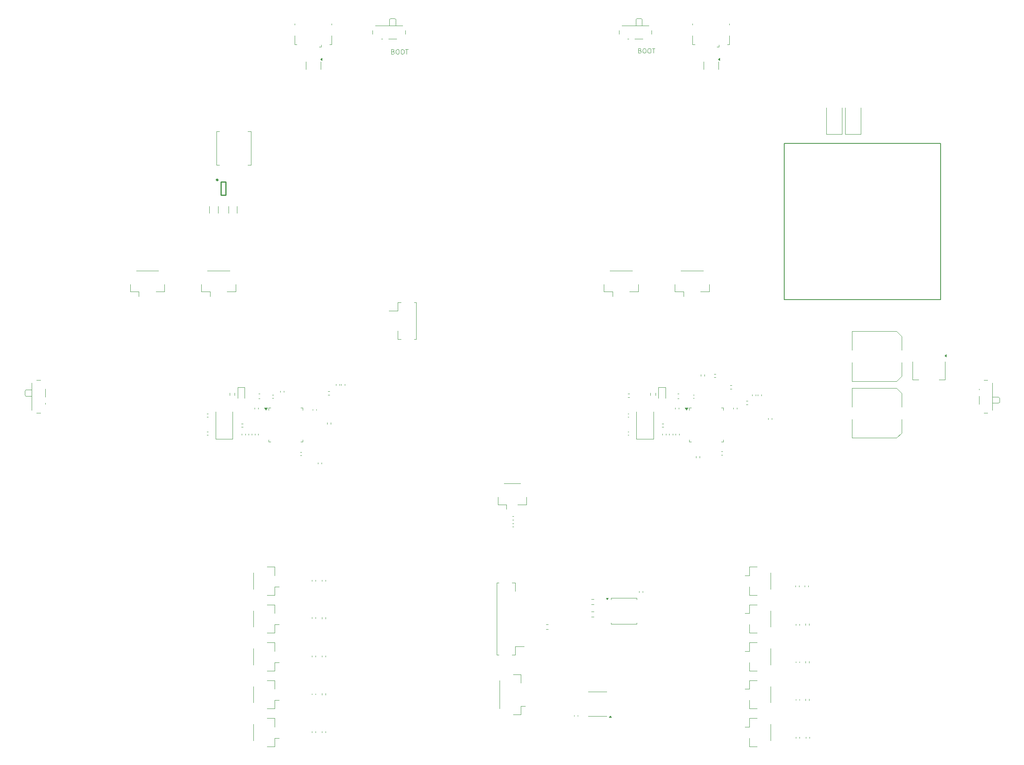
<source format=gbr>
%TF.GenerationSoftware,KiCad,Pcbnew,8.0.3*%
%TF.CreationDate,2024-06-21T22:14:07+02:00*%
%TF.ProjectId,Pilot,50696c6f-742e-46b6-9963-61645f706362,rev?*%
%TF.SameCoordinates,Original*%
%TF.FileFunction,Legend,Top*%
%TF.FilePolarity,Positive*%
%FSLAX46Y46*%
G04 Gerber Fmt 4.6, Leading zero omitted, Abs format (unit mm)*
G04 Created by KiCad (PCBNEW 8.0.3) date 2024-06-21 22:14:07*
%MOMM*%
%LPD*%
G01*
G04 APERTURE LIST*
%ADD10C,0.100000*%
%ADD11C,0.120000*%
%ADD12C,0.254000*%
%ADD13C,0.299000*%
%ADD14C,0.200000*%
G04 APERTURE END LIST*
D10*
X128962217Y-5873609D02*
X129105074Y-5921228D01*
X129105074Y-5921228D02*
X129152693Y-5968847D01*
X129152693Y-5968847D02*
X129200312Y-6064085D01*
X129200312Y-6064085D02*
X129200312Y-6206942D01*
X129200312Y-6206942D02*
X129152693Y-6302180D01*
X129152693Y-6302180D02*
X129105074Y-6349800D01*
X129105074Y-6349800D02*
X129009836Y-6397419D01*
X129009836Y-6397419D02*
X128628884Y-6397419D01*
X128628884Y-6397419D02*
X128628884Y-5397419D01*
X128628884Y-5397419D02*
X128962217Y-5397419D01*
X128962217Y-5397419D02*
X129057455Y-5445038D01*
X129057455Y-5445038D02*
X129105074Y-5492657D01*
X129105074Y-5492657D02*
X129152693Y-5587895D01*
X129152693Y-5587895D02*
X129152693Y-5683133D01*
X129152693Y-5683133D02*
X129105074Y-5778371D01*
X129105074Y-5778371D02*
X129057455Y-5825990D01*
X129057455Y-5825990D02*
X128962217Y-5873609D01*
X128962217Y-5873609D02*
X128628884Y-5873609D01*
X129819360Y-5397419D02*
X130009836Y-5397419D01*
X130009836Y-5397419D02*
X130105074Y-5445038D01*
X130105074Y-5445038D02*
X130200312Y-5540276D01*
X130200312Y-5540276D02*
X130247931Y-5730752D01*
X130247931Y-5730752D02*
X130247931Y-6064085D01*
X130247931Y-6064085D02*
X130200312Y-6254561D01*
X130200312Y-6254561D02*
X130105074Y-6349800D01*
X130105074Y-6349800D02*
X130009836Y-6397419D01*
X130009836Y-6397419D02*
X129819360Y-6397419D01*
X129819360Y-6397419D02*
X129724122Y-6349800D01*
X129724122Y-6349800D02*
X129628884Y-6254561D01*
X129628884Y-6254561D02*
X129581265Y-6064085D01*
X129581265Y-6064085D02*
X129581265Y-5730752D01*
X129581265Y-5730752D02*
X129628884Y-5540276D01*
X129628884Y-5540276D02*
X129724122Y-5445038D01*
X129724122Y-5445038D02*
X129819360Y-5397419D01*
X130866979Y-5397419D02*
X131057455Y-5397419D01*
X131057455Y-5397419D02*
X131152693Y-5445038D01*
X131152693Y-5445038D02*
X131247931Y-5540276D01*
X131247931Y-5540276D02*
X131295550Y-5730752D01*
X131295550Y-5730752D02*
X131295550Y-6064085D01*
X131295550Y-6064085D02*
X131247931Y-6254561D01*
X131247931Y-6254561D02*
X131152693Y-6349800D01*
X131152693Y-6349800D02*
X131057455Y-6397419D01*
X131057455Y-6397419D02*
X130866979Y-6397419D01*
X130866979Y-6397419D02*
X130771741Y-6349800D01*
X130771741Y-6349800D02*
X130676503Y-6254561D01*
X130676503Y-6254561D02*
X130628884Y-6064085D01*
X130628884Y-6064085D02*
X130628884Y-5730752D01*
X130628884Y-5730752D02*
X130676503Y-5540276D01*
X130676503Y-5540276D02*
X130771741Y-5445038D01*
X130771741Y-5445038D02*
X130866979Y-5397419D01*
X131581265Y-5397419D02*
X132152693Y-5397419D01*
X131866979Y-6397419D02*
X131866979Y-5397419D01*
X76837217Y-6073609D02*
X76980074Y-6121228D01*
X76980074Y-6121228D02*
X77027693Y-6168847D01*
X77027693Y-6168847D02*
X77075312Y-6264085D01*
X77075312Y-6264085D02*
X77075312Y-6406942D01*
X77075312Y-6406942D02*
X77027693Y-6502180D01*
X77027693Y-6502180D02*
X76980074Y-6549800D01*
X76980074Y-6549800D02*
X76884836Y-6597419D01*
X76884836Y-6597419D02*
X76503884Y-6597419D01*
X76503884Y-6597419D02*
X76503884Y-5597419D01*
X76503884Y-5597419D02*
X76837217Y-5597419D01*
X76837217Y-5597419D02*
X76932455Y-5645038D01*
X76932455Y-5645038D02*
X76980074Y-5692657D01*
X76980074Y-5692657D02*
X77027693Y-5787895D01*
X77027693Y-5787895D02*
X77027693Y-5883133D01*
X77027693Y-5883133D02*
X76980074Y-5978371D01*
X76980074Y-5978371D02*
X76932455Y-6025990D01*
X76932455Y-6025990D02*
X76837217Y-6073609D01*
X76837217Y-6073609D02*
X76503884Y-6073609D01*
X77694360Y-5597419D02*
X77884836Y-5597419D01*
X77884836Y-5597419D02*
X77980074Y-5645038D01*
X77980074Y-5645038D02*
X78075312Y-5740276D01*
X78075312Y-5740276D02*
X78122931Y-5930752D01*
X78122931Y-5930752D02*
X78122931Y-6264085D01*
X78122931Y-6264085D02*
X78075312Y-6454561D01*
X78075312Y-6454561D02*
X77980074Y-6549800D01*
X77980074Y-6549800D02*
X77884836Y-6597419D01*
X77884836Y-6597419D02*
X77694360Y-6597419D01*
X77694360Y-6597419D02*
X77599122Y-6549800D01*
X77599122Y-6549800D02*
X77503884Y-6454561D01*
X77503884Y-6454561D02*
X77456265Y-6264085D01*
X77456265Y-6264085D02*
X77456265Y-5930752D01*
X77456265Y-5930752D02*
X77503884Y-5740276D01*
X77503884Y-5740276D02*
X77599122Y-5645038D01*
X77599122Y-5645038D02*
X77694360Y-5597419D01*
X78741979Y-5597419D02*
X78932455Y-5597419D01*
X78932455Y-5597419D02*
X79027693Y-5645038D01*
X79027693Y-5645038D02*
X79122931Y-5740276D01*
X79122931Y-5740276D02*
X79170550Y-5930752D01*
X79170550Y-5930752D02*
X79170550Y-6264085D01*
X79170550Y-6264085D02*
X79122931Y-6454561D01*
X79122931Y-6454561D02*
X79027693Y-6549800D01*
X79027693Y-6549800D02*
X78932455Y-6597419D01*
X78932455Y-6597419D02*
X78741979Y-6597419D01*
X78741979Y-6597419D02*
X78646741Y-6549800D01*
X78646741Y-6549800D02*
X78551503Y-6454561D01*
X78551503Y-6454561D02*
X78503884Y-6264085D01*
X78503884Y-6264085D02*
X78503884Y-5930752D01*
X78503884Y-5930752D02*
X78551503Y-5740276D01*
X78551503Y-5740276D02*
X78646741Y-5645038D01*
X78646741Y-5645038D02*
X78741979Y-5597419D01*
X79456265Y-5597419D02*
X80027693Y-5597419D01*
X79741979Y-6597419D02*
X79741979Y-5597419D01*
D11*
%TO.C,C26*%
X47640000Y-81607836D02*
X47640000Y-81392164D01*
X48360000Y-81607836D02*
X48360000Y-81392164D01*
%TO.C,C34*%
X173740000Y-65240000D02*
X173740000Y-69190000D01*
X173740000Y-75760000D02*
X173740000Y-71810000D01*
X183195563Y-65240000D02*
X173740000Y-65240000D01*
X183195563Y-75760000D02*
X173740000Y-75760000D01*
X184260000Y-66304437D02*
X183195563Y-65240000D01*
X184260000Y-66304437D02*
X184260000Y-69190000D01*
X184260000Y-74695563D02*
X183195563Y-75760000D01*
X184260000Y-74695563D02*
X184260000Y-71810000D01*
%TO.C,J10*%
X152140000Y-123015000D02*
X152140000Y-124815000D01*
X152140000Y-124815000D02*
X151200000Y-124815000D01*
X152140000Y-128985000D02*
X152140000Y-127185000D01*
X153740000Y-123015000D02*
X152140000Y-123015000D01*
X153740000Y-128985000D02*
X152140000Y-128985000D01*
X156610000Y-124285000D02*
X156610000Y-127715000D01*
%TO.C,C24*%
X44940000Y-86892164D02*
X44940000Y-87107836D01*
X45660000Y-86892164D02*
X45660000Y-87107836D01*
%TO.C,SW3*%
X72550000Y-1580000D02*
X72550000Y-2370000D01*
X74600000Y-3420000D02*
X74400000Y-3420000D01*
X76100000Y720000D02*
X76100000Y-570000D01*
X76100000Y720000D02*
X76300000Y930000D01*
X77200000Y930000D02*
X76300000Y930000D01*
X77400000Y720000D02*
X77200000Y930000D01*
X77400000Y-570000D02*
X77400000Y720000D01*
X77600000Y-3420000D02*
X75900000Y-3420000D01*
X78850000Y-570000D02*
X73150000Y-570000D01*
X79450000Y-2370000D02*
X79450000Y-1580000D01*
%TO.C,C35*%
X173740000Y-77240000D02*
X173740000Y-81190000D01*
X173740000Y-87760000D02*
X173740000Y-83810000D01*
X183195563Y-77240000D02*
X173740000Y-77240000D01*
X183195563Y-87760000D02*
X173740000Y-87760000D01*
X184260000Y-78304437D02*
X183195563Y-77240000D01*
X184260000Y-78304437D02*
X184260000Y-81190000D01*
X184260000Y-86695563D02*
X183195563Y-87760000D01*
X184260000Y-86695563D02*
X184260000Y-83810000D01*
%TO.C,C13*%
X59740000Y-134007836D02*
X59740000Y-133792164D01*
X60460000Y-134007836D02*
X60460000Y-133792164D01*
%TO.C,Y2*%
X39400000Y-82200000D02*
X39400000Y-87950000D01*
X39400000Y-87950000D02*
X43000000Y-87950000D01*
X43000000Y-87950000D02*
X43000000Y-82200000D01*
%TO.C,C18*%
X161940000Y-143207836D02*
X161940000Y-142992164D01*
X162660000Y-143207836D02*
X162660000Y-142992164D01*
%TO.C,C28*%
X59940000Y-81692164D02*
X59940000Y-81907836D01*
X60660000Y-81692164D02*
X60660000Y-81907836D01*
%TO.C,C9*%
X126410164Y-82640000D02*
X126625836Y-82640000D01*
X126410164Y-83360000D02*
X126625836Y-83360000D01*
%TO.C,R29*%
X64820000Y-76346359D02*
X64820000Y-76653641D01*
X65580000Y-76346359D02*
X65580000Y-76653641D01*
%TO.C,R24*%
X118762742Y-121877500D02*
X119237258Y-121877500D01*
X118762742Y-122922500D02*
X119237258Y-122922500D01*
%TO.C,C2*%
X137240580Y-78390000D02*
X136959420Y-78390000D01*
X137240580Y-79410000D02*
X136959420Y-79410000D01*
%TO.C,C23*%
X115140000Y-146587836D02*
X115140000Y-146372164D01*
X115860000Y-146587836D02*
X115860000Y-146372164D01*
%TO.C,Y1*%
X128238000Y-82200000D02*
X128238000Y-87950000D01*
X128238000Y-87950000D02*
X131838000Y-87950000D01*
X131838000Y-87950000D02*
X131838000Y-82200000D01*
%TO.C,C6*%
X140209164Y-78640000D02*
X140424836Y-78640000D01*
X140209164Y-79360000D02*
X140424836Y-79360000D01*
%TO.C,C21*%
X161940000Y-135227836D02*
X161940000Y-135012164D01*
X162660000Y-135227836D02*
X162660000Y-135012164D01*
%TO.C,C4*%
X146407836Y-90640000D02*
X146192164Y-90640000D01*
X146407836Y-91360000D02*
X146192164Y-91360000D01*
%TO.C,J13*%
X98740000Y-118390000D02*
X99190000Y-118390000D01*
X98740000Y-133610000D02*
X98740000Y-118390000D01*
X99190000Y-133610000D02*
X98740000Y-133610000D01*
X102010000Y-118390000D02*
X102660000Y-118390000D01*
X102010000Y-133610000D02*
X102660000Y-133610000D01*
X102660000Y-118390000D02*
X102660000Y-120140000D01*
X102660000Y-131860000D02*
X104550000Y-131860000D01*
X102660000Y-133610000D02*
X102660000Y-131860000D01*
%TO.C,R18*%
X163920000Y-142946359D02*
X163920000Y-143253641D01*
X164680000Y-142946359D02*
X164680000Y-143253641D01*
%TO.C,U9*%
D12*
X41500000Y-36412000D02*
X40500000Y-36412000D01*
X40500000Y-33613000D01*
X41500000Y-33613000D01*
X41500000Y-36412000D01*
D13*
X39879500Y-33220000D02*
G75*
G02*
X39580500Y-33220000I-149500J0D01*
G01*
X39580500Y-33220000D02*
G75*
G02*
X39879500Y-33220000I149500J0D01*
G01*
D11*
%TO.C,J6*%
X47390000Y-151715000D02*
X47390000Y-148285000D01*
X50260000Y-147015000D02*
X51860000Y-147015000D01*
X50260000Y-152985000D02*
X51860000Y-152985000D01*
X51860000Y-147015000D02*
X51860000Y-148815000D01*
X51860000Y-151185000D02*
X52800000Y-151185000D01*
X51860000Y-152985000D02*
X51860000Y-151185000D01*
%TO.C,D4*%
X168350000Y-23510000D02*
X168350000Y-18000000D01*
X168350000Y-23510000D02*
X171650000Y-23510000D01*
X171650000Y-23510000D02*
X171650000Y-18000000D01*
%TO.C,U2*%
X122852500Y-121617500D02*
X122852500Y-121900000D01*
X122852500Y-127112500D02*
X122852500Y-126830000D01*
X125600000Y-121617500D02*
X122852500Y-121617500D01*
X125600000Y-121617500D02*
X128347500Y-121617500D01*
X125600000Y-127112500D02*
X122852500Y-127112500D01*
X125600000Y-127112500D02*
X128347500Y-127112500D01*
X128347500Y-121617500D02*
X128347500Y-121900000D01*
X128347500Y-127112500D02*
X128347500Y-126830000D01*
X122081250Y-121900000D02*
X121841250Y-121570000D01*
X122321250Y-121570000D01*
X122081250Y-121900000D01*
G36*
X122081250Y-121900000D02*
G01*
X121841250Y-121570000D01*
X122321250Y-121570000D01*
X122081250Y-121900000D01*
G37*
%TO.C,R11*%
X102353641Y-104295000D02*
X102046359Y-104295000D01*
X102353641Y-105055000D02*
X102046359Y-105055000D01*
%TO.C,R26*%
X156120000Y-83853641D02*
X156120000Y-83546359D01*
X156880000Y-83853641D02*
X156880000Y-83546359D01*
%TO.C,R4*%
X61020000Y-93253641D02*
X61020000Y-92946359D01*
X61780000Y-93253641D02*
X61780000Y-92946359D01*
%TO.C,J4*%
X47390000Y-135715000D02*
X47390000Y-132285000D01*
X50260000Y-131015000D02*
X51860000Y-131015000D01*
X50260000Y-136985000D02*
X51860000Y-136985000D01*
X51860000Y-131015000D02*
X51860000Y-132815000D01*
X51860000Y-135185000D02*
X52800000Y-135185000D01*
X51860000Y-136985000D02*
X51860000Y-135185000D01*
%TO.C,J20*%
X56100000Y-162500D02*
X56100000Y-412500D01*
X56100000Y-2712500D02*
X56100000Y-4562500D01*
X56100000Y-4562500D02*
X56550000Y-4562500D01*
X61700000Y-5112500D02*
X61250000Y-5112500D01*
X61700000Y-5112500D02*
X61700000Y-4662500D01*
X63900000Y-162500D02*
X63900000Y-412500D01*
X63900000Y-2712500D02*
X63900000Y-4562500D01*
X63900000Y-4562500D02*
X63450000Y-4562500D01*
%TO.C,L3*%
X39560000Y-22960000D02*
X40190000Y-22960000D01*
X39560000Y-30040000D02*
X39560000Y-22960000D01*
X39560000Y-30040000D02*
X40190000Y-30040000D01*
X46840000Y-22960000D02*
X46210000Y-22960000D01*
X46840000Y-30040000D02*
X46210000Y-30040000D01*
X46840000Y-30040000D02*
X46840000Y-22960000D01*
%TO.C,U8*%
X186590000Y-71650000D02*
X186590000Y-75410000D01*
X186590000Y-75410000D02*
X187850000Y-75410000D01*
X193410000Y-71650000D02*
X193410000Y-75410000D01*
X193410000Y-75410000D02*
X192150000Y-75410000D01*
X193640000Y-70610000D02*
X193310000Y-70370000D01*
X193640000Y-70130000D01*
X193640000Y-70610000D01*
G36*
X193640000Y-70610000D02*
G01*
X193310000Y-70370000D01*
X193640000Y-70130000D01*
X193640000Y-70610000D01*
G37*
%TO.C,R13*%
X61820000Y-133746359D02*
X61820000Y-134053641D01*
X62580000Y-133746359D02*
X62580000Y-134053641D01*
%TO.C,R30*%
X63146359Y-77920000D02*
X63453641Y-77920000D01*
X63146359Y-78680000D02*
X63453641Y-78680000D01*
%TO.C,R6*%
X152720000Y-78546359D02*
X152720000Y-78853641D01*
X153480000Y-78546359D02*
X153480000Y-78853641D01*
%TO.C,R23*%
X109637258Y-127177500D02*
X109162742Y-127177500D01*
X109637258Y-128222500D02*
X109162742Y-128222500D01*
%TO.C,J15*%
X77840000Y-59140000D02*
X77840000Y-60890000D01*
X77840000Y-60890000D02*
X75950000Y-60890000D01*
X77840000Y-66860000D02*
X77840000Y-65110000D01*
X78490000Y-59140000D02*
X77840000Y-59140000D01*
X78490000Y-66860000D02*
X77840000Y-66860000D01*
X81310000Y-59140000D02*
X81760000Y-59140000D01*
X81760000Y-59140000D02*
X81760000Y-66860000D01*
X81760000Y-66860000D02*
X81310000Y-66860000D01*
%TO.C,J19*%
X121390000Y-55260000D02*
X121390000Y-56860000D01*
X121390000Y-56860000D02*
X123190000Y-56860000D01*
X122660000Y-52390000D02*
X127340000Y-52390000D01*
X123190000Y-56860000D02*
X123190000Y-57800000D01*
X128610000Y-55260000D02*
X128610000Y-56860000D01*
X128610000Y-56860000D02*
X126810000Y-56860000D01*
%TO.C,J18*%
X136390000Y-55260000D02*
X136390000Y-56860000D01*
X136390000Y-56860000D02*
X138190000Y-56860000D01*
X137660000Y-52390000D02*
X142340000Y-52390000D01*
X138190000Y-56860000D02*
X138190000Y-57800000D01*
X143610000Y-55260000D02*
X143610000Y-56860000D01*
X143610000Y-56860000D02*
X141810000Y-56860000D01*
%TO.C,R25*%
X119217258Y-124492500D02*
X118742742Y-124492500D01*
X119217258Y-125537500D02*
X118742742Y-125537500D01*
%TO.C,J14*%
X140100000Y-162500D02*
X140100000Y-412500D01*
X140100000Y-2712500D02*
X140100000Y-4562500D01*
X140100000Y-4562500D02*
X140550000Y-4562500D01*
X145700000Y-5112500D02*
X145250000Y-5112500D01*
X145700000Y-5112500D02*
X145700000Y-4662500D01*
X147900000Y-162500D02*
X147900000Y-412500D01*
X147900000Y-2712500D02*
X147900000Y-4562500D01*
X147900000Y-4562500D02*
X147450000Y-4562500D01*
%TO.C,R8*%
X141820000Y-74356359D02*
X141820000Y-74663641D01*
X142580000Y-74356359D02*
X142580000Y-74663641D01*
%TO.C,R31*%
X53045000Y-77806359D02*
X53045000Y-78113641D01*
X53805000Y-77806359D02*
X53805000Y-78113641D01*
%TO.C,U6*%
X58440000Y-9000000D02*
X58440000Y-8200000D01*
X58440000Y-9000000D02*
X58440000Y-9800000D01*
X61560000Y-9000000D02*
X61560000Y-8200000D01*
X61560000Y-9000000D02*
X61560000Y-9800000D01*
X61840000Y-7940000D02*
X61510000Y-7700000D01*
X61840000Y-7460000D01*
X61840000Y-7940000D01*
G36*
X61840000Y-7940000D02*
G01*
X61510000Y-7700000D01*
X61840000Y-7460000D01*
X61840000Y-7940000D01*
G37*
%TO.C,C37*%
X38090000Y-38788748D02*
X38090000Y-40211252D01*
X39910000Y-38788748D02*
X39910000Y-40211252D01*
%TO.C,C32*%
X37572164Y-82640000D02*
X37787836Y-82640000D01*
X37572164Y-83360000D02*
X37787836Y-83360000D01*
%TO.C,C12*%
X59740000Y-118007836D02*
X59740000Y-117792164D01*
X60460000Y-118007836D02*
X60460000Y-117792164D01*
%TO.C,R2*%
X144646359Y-74220000D02*
X144953641Y-74220000D01*
X144646359Y-74980000D02*
X144953641Y-74980000D01*
%TO.C,D3*%
X172350000Y-23510000D02*
X172350000Y-18000000D01*
X172350000Y-23510000D02*
X175650000Y-23510000D01*
X175650000Y-23510000D02*
X175650000Y-18000000D01*
%TO.C,R20*%
X164020000Y-150946359D02*
X164020000Y-151253641D01*
X164780000Y-150946359D02*
X164780000Y-151253641D01*
%TO.C,C36*%
X42090000Y-38788748D02*
X42090000Y-40211252D01*
X43910000Y-38788748D02*
X43910000Y-40211252D01*
%TO.C,R27*%
X62920000Y-84853641D02*
X62920000Y-84546359D01*
X63680000Y-84853641D02*
X63680000Y-84546359D01*
%TO.C,C27*%
X57507836Y-90740000D02*
X57292164Y-90740000D01*
X57507836Y-91460000D02*
X57292164Y-91460000D01*
%TO.C,U1*%
X139390000Y-81390000D02*
X139390000Y-81840000D01*
X139390000Y-88610000D02*
X139390000Y-88160000D01*
X139840000Y-81390000D02*
X139390000Y-81390000D01*
X139840000Y-88610000D02*
X139390000Y-88610000D01*
X146160000Y-81390000D02*
X146610000Y-81390000D01*
X146160000Y-88610000D02*
X146610000Y-88610000D01*
X146610000Y-81390000D02*
X146610000Y-81840000D01*
X146610000Y-88610000D02*
X146610000Y-88160000D01*
X138800000Y-81840000D02*
X138460000Y-81370000D01*
X139140000Y-81370000D01*
X138800000Y-81840000D01*
G36*
X138800000Y-81840000D02*
G01*
X138460000Y-81370000D01*
X139140000Y-81370000D01*
X138800000Y-81840000D01*
G37*
%TO.C,J17*%
X21390000Y-55260000D02*
X21390000Y-56860000D01*
X21390000Y-56860000D02*
X23190000Y-56860000D01*
X22660000Y-52390000D02*
X27340000Y-52390000D01*
X23190000Y-56860000D02*
X23190000Y-57800000D01*
X28610000Y-55260000D02*
X28610000Y-56860000D01*
X28610000Y-56860000D02*
X26810000Y-56860000D01*
%TO.C,R1*%
X148353641Y-76620000D02*
X148046359Y-76620000D01*
X148353641Y-77380000D02*
X148046359Y-77380000D01*
%TO.C,SW2*%
X-930000Y-77800000D02*
X-930000Y-78700000D01*
X-720000Y-77600000D02*
X-930000Y-77800000D01*
X-720000Y-78900000D02*
X-930000Y-78700000D01*
X-720000Y-78900000D02*
X570000Y-78900000D01*
X570000Y-76150000D02*
X570000Y-81850000D01*
X570000Y-77600000D02*
X-720000Y-77600000D01*
X1580000Y-82450000D02*
X2370000Y-82450000D01*
X2370000Y-75550000D02*
X1580000Y-75550000D01*
X3420000Y-77400000D02*
X3420000Y-79100000D01*
X3420000Y-80400000D02*
X3420000Y-80600000D01*
%TO.C,SW1*%
X124550000Y-1580000D02*
X124550000Y-2370000D01*
X126600000Y-3420000D02*
X126400000Y-3420000D01*
X128100000Y720000D02*
X128100000Y-570000D01*
X128100000Y720000D02*
X128300000Y930000D01*
X129200000Y930000D02*
X128300000Y930000D01*
X129400000Y720000D02*
X129200000Y930000D01*
X129400000Y-570000D02*
X129400000Y720000D01*
X129600000Y-3420000D02*
X127900000Y-3420000D01*
X130850000Y-570000D02*
X125150000Y-570000D01*
X131450000Y-2370000D02*
X131450000Y-1580000D01*
%TO.C,C5*%
X148740000Y-81392164D02*
X148740000Y-81607836D01*
X149460000Y-81392164D02*
X149460000Y-81607836D01*
%TO.C,R33*%
X42377500Y-78262742D02*
X42377500Y-78737258D01*
X43422500Y-78262742D02*
X43422500Y-78737258D01*
%TO.C,J1*%
X99390000Y-144965000D02*
X99390000Y-139035000D01*
X102260000Y-137765000D02*
X103860000Y-137765000D01*
X102260000Y-146235000D02*
X103860000Y-146235000D01*
X103860000Y-137765000D02*
X103860000Y-139565000D01*
X103860000Y-144435000D02*
X104800000Y-144435000D01*
X103860000Y-146235000D02*
X103860000Y-144435000D01*
%TO.C,J8*%
X152140000Y-115015000D02*
X152140000Y-116815000D01*
X152140000Y-116815000D02*
X151200000Y-116815000D01*
X152140000Y-120985000D02*
X152140000Y-119185000D01*
X153740000Y-115015000D02*
X152140000Y-115015000D01*
X153740000Y-120985000D02*
X152140000Y-120985000D01*
X156610000Y-116285000D02*
X156610000Y-119715000D01*
%TO.C,J16*%
X36390000Y-55260000D02*
X36390000Y-56860000D01*
X36390000Y-56860000D02*
X38190000Y-56860000D01*
X37660000Y-52390000D02*
X42340000Y-52390000D01*
X38190000Y-56860000D02*
X38190000Y-57800000D01*
X43610000Y-55260000D02*
X43610000Y-56860000D01*
X43610000Y-56860000D02*
X41810000Y-56860000D01*
%TO.C,J3*%
X47390000Y-119715000D02*
X47390000Y-116285000D01*
X50260000Y-115015000D02*
X51860000Y-115015000D01*
X50260000Y-120985000D02*
X51860000Y-120985000D01*
X51860000Y-115015000D02*
X51860000Y-116815000D01*
X51860000Y-119185000D02*
X52800000Y-119185000D01*
X51860000Y-120985000D02*
X51860000Y-119185000D01*
%TO.C,U4*%
X142440000Y-9000000D02*
X142440000Y-8200000D01*
X142440000Y-9000000D02*
X142440000Y-9800000D01*
X145560000Y-9000000D02*
X145560000Y-8200000D01*
X145560000Y-9000000D02*
X145560000Y-9800000D01*
X145840000Y-7940000D02*
X145510000Y-7700000D01*
X145840000Y-7460000D01*
X145840000Y-7940000D01*
G36*
X145840000Y-7940000D02*
G01*
X145510000Y-7700000D01*
X145840000Y-7460000D01*
X145840000Y-7940000D01*
G37*
%TO.C,R28*%
X65920000Y-76346359D02*
X65920000Y-76653641D01*
X66680000Y-76346359D02*
X66680000Y-76653641D01*
%TO.C,U5*%
X50552500Y-81390000D02*
X50552500Y-81840000D01*
X50552500Y-88610000D02*
X50552500Y-88160000D01*
X51002500Y-81390000D02*
X50552500Y-81390000D01*
X51002500Y-88610000D02*
X50552500Y-88610000D01*
X57322500Y-81390000D02*
X57772500Y-81390000D01*
X57322500Y-88610000D02*
X57772500Y-88610000D01*
X57772500Y-81390000D02*
X57772500Y-81840000D01*
X57772500Y-88610000D02*
X57772500Y-88160000D01*
X49962500Y-81840000D02*
X49622500Y-81370000D01*
X50302500Y-81370000D01*
X49962500Y-81840000D01*
G36*
X49962500Y-81840000D02*
G01*
X49622500Y-81370000D01*
X50302500Y-81370000D01*
X49962500Y-81840000D01*
G37*
%TO.C,J2*%
X99015000Y-100260000D02*
X99015000Y-101860000D01*
X99015000Y-101860000D02*
X100815000Y-101860000D01*
X100285000Y-97390000D02*
X103715000Y-97390000D01*
X100815000Y-101860000D02*
X100815000Y-102800000D01*
X104985000Y-100260000D02*
X104985000Y-101860000D01*
X104985000Y-101860000D02*
X103185000Y-101860000D01*
%TO.C,D1*%
X132903000Y-77015000D02*
X132903000Y-79300000D01*
X134373000Y-77015000D02*
X132903000Y-77015000D01*
X134373000Y-79300000D02*
X134373000Y-77015000D01*
%TO.C,R22*%
X131215500Y-78262742D02*
X131215500Y-78737258D01*
X132260500Y-78262742D02*
X132260500Y-78737258D01*
%TO.C,R21*%
X163920000Y-134966359D02*
X163920000Y-135273641D01*
X164680000Y-134966359D02*
X164680000Y-135273641D01*
%TO.C,C30*%
X46340000Y-87107836D02*
X46340000Y-86892164D01*
X47060000Y-87107836D02*
X47060000Y-86892164D01*
%TO.C,D2*%
X44065000Y-77015000D02*
X44065000Y-79300000D01*
X45535000Y-77015000D02*
X44065000Y-77015000D01*
X45535000Y-79300000D02*
X45535000Y-77015000D01*
%TO.C,C25*%
X48740580Y-78390000D02*
X48459420Y-78390000D01*
X48740580Y-79410000D02*
X48459420Y-79410000D01*
%TO.C,R15*%
X61820000Y-149746359D02*
X61820000Y-150053641D01*
X62580000Y-149746359D02*
X62580000Y-150053641D01*
%TO.C,C33*%
X37572164Y-86440000D02*
X37787836Y-86440000D01*
X37572164Y-87160000D02*
X37787836Y-87160000D01*
%TO.C,R5*%
X153920000Y-78546359D02*
X153920000Y-78853641D01*
X154680000Y-78546359D02*
X154680000Y-78853641D01*
%TO.C,R3*%
X140820000Y-91953641D02*
X140820000Y-91646359D01*
X141580000Y-91953641D02*
X141580000Y-91646359D01*
%TO.C,C10*%
X126410164Y-86440000D02*
X126625836Y-86440000D01*
X126410164Y-87160000D02*
X126625836Y-87160000D01*
%TO.C,C7*%
X135178000Y-87107836D02*
X135178000Y-86892164D01*
X135898000Y-87107836D02*
X135898000Y-86892164D01*
%TO.C,R32*%
X45153641Y-84720000D02*
X44846359Y-84720000D01*
X45153641Y-85480000D02*
X44846359Y-85480000D01*
%TO.C,C11*%
X102092164Y-105815000D02*
X102307836Y-105815000D01*
X102092164Y-106535000D02*
X102307836Y-106535000D01*
%TO.C,C14*%
X59740000Y-142007836D02*
X59740000Y-141792164D01*
X60460000Y-142007836D02*
X60460000Y-141792164D01*
%TO.C,C3*%
X136478000Y-81607836D02*
X136478000Y-81392164D01*
X137198000Y-81607836D02*
X137198000Y-81392164D01*
%TO.C,C17*%
X161840000Y-119207836D02*
X161840000Y-118992164D01*
X162560000Y-119207836D02*
X162560000Y-118992164D01*
%TO.C,SW4*%
X200580000Y-77600000D02*
X200580000Y-77400000D01*
X200580000Y-80600000D02*
X200580000Y-78900000D01*
X201630000Y-82450000D02*
X202420000Y-82450000D01*
X202420000Y-75550000D02*
X201630000Y-75550000D01*
X203430000Y-80400000D02*
X204720000Y-80400000D01*
X203430000Y-81850000D02*
X203430000Y-76150000D01*
X204720000Y-79100000D02*
X203430000Y-79100000D01*
X204720000Y-79100000D02*
X204930000Y-79300000D01*
X204720000Y-80400000D02*
X204930000Y-80200000D01*
X204930000Y-80200000D02*
X204930000Y-79300000D01*
%TO.C,J7*%
X47390000Y-127715000D02*
X47390000Y-124285000D01*
X50260000Y-123015000D02*
X51860000Y-123015000D01*
X50260000Y-128985000D02*
X51860000Y-128985000D01*
X51860000Y-123015000D02*
X51860000Y-124815000D01*
X51860000Y-127185000D02*
X52800000Y-127185000D01*
X51860000Y-128985000D02*
X51860000Y-127185000D01*
%TO.C,R14*%
X61820000Y-141746359D02*
X61820000Y-142053641D01*
X62580000Y-141746359D02*
X62580000Y-142053641D01*
%TO.C,R19*%
X163920000Y-127046359D02*
X163920000Y-127353641D01*
X164680000Y-127046359D02*
X164680000Y-127353641D01*
%TO.C,C22*%
X128840000Y-120192164D02*
X128840000Y-120407836D01*
X129560000Y-120192164D02*
X129560000Y-120407836D01*
%TO.C,C15*%
X59740000Y-150007836D02*
X59740000Y-149792164D01*
X60460000Y-150007836D02*
X60460000Y-149792164D01*
%TO.C,R9*%
X133991641Y-84720000D02*
X133684359Y-84720000D01*
X133991641Y-85480000D02*
X133684359Y-85480000D01*
%TO.C,J12*%
X152140000Y-131015000D02*
X152140000Y-132815000D01*
X152140000Y-132815000D02*
X151200000Y-132815000D01*
X152140000Y-136985000D02*
X152140000Y-135185000D01*
X153740000Y-131015000D02*
X152140000Y-131015000D01*
X153740000Y-136985000D02*
X152140000Y-136985000D01*
X156610000Y-132285000D02*
X156610000Y-135715000D01*
%TO.C,C20*%
X161940000Y-151207836D02*
X161940000Y-150992164D01*
X162660000Y-151207836D02*
X162660000Y-150992164D01*
%TO.C,J11*%
X152140000Y-147015000D02*
X152140000Y-148815000D01*
X152140000Y-148815000D02*
X151200000Y-148815000D01*
X152140000Y-152985000D02*
X152140000Y-151185000D01*
X153740000Y-147015000D02*
X152140000Y-147015000D01*
X153740000Y-152985000D02*
X152140000Y-152985000D01*
X156610000Y-148285000D02*
X156610000Y-151715000D01*
%TO.C,C29*%
X51372164Y-78640000D02*
X51587836Y-78640000D01*
X51372164Y-79360000D02*
X51587836Y-79360000D01*
%TO.C,R12*%
X61820000Y-117746359D02*
X61820000Y-118053641D01*
X62580000Y-117746359D02*
X62580000Y-118053641D01*
%TO.C,R17*%
X163820000Y-118946359D02*
X163820000Y-119253641D01*
X164580000Y-118946359D02*
X164580000Y-119253641D01*
%TO.C,C8*%
X136528000Y-87107836D02*
X136528000Y-86892164D01*
X137248000Y-87107836D02*
X137248000Y-86892164D01*
%TO.C,J9*%
X152140000Y-139015000D02*
X152140000Y-140815000D01*
X152140000Y-140815000D02*
X151200000Y-140815000D01*
X152140000Y-144985000D02*
X152140000Y-143185000D01*
X153740000Y-139015000D02*
X152140000Y-139015000D01*
X153740000Y-144985000D02*
X152140000Y-144985000D01*
X156610000Y-140285000D02*
X156610000Y-143715000D01*
%TO.C,J5*%
X47390000Y-143715000D02*
X47390000Y-140285000D01*
X50260000Y-139015000D02*
X51860000Y-139015000D01*
X50260000Y-144985000D02*
X51860000Y-144985000D01*
X51860000Y-139015000D02*
X51860000Y-140815000D01*
X51860000Y-143185000D02*
X52800000Y-143185000D01*
X51860000Y-144985000D02*
X51860000Y-143185000D01*
%TO.C,C31*%
X47690000Y-87107836D02*
X47690000Y-86892164D01*
X48410000Y-87107836D02*
X48410000Y-86892164D01*
%TO.C,R7*%
X151446359Y-79920000D02*
X151753641Y-79920000D01*
X151446359Y-80680000D02*
X151753641Y-80680000D01*
%TO.C,U3*%
X120000000Y-141440000D02*
X118050000Y-141440000D01*
X120000000Y-141440000D02*
X121950000Y-141440000D01*
X120000000Y-146560000D02*
X118050000Y-146560000D01*
X120000000Y-146560000D02*
X121950000Y-146560000D01*
X122940000Y-146795000D02*
X122460000Y-146795000D01*
X122700000Y-146465000D01*
X122940000Y-146795000D01*
G36*
X122940000Y-146795000D02*
G01*
X122460000Y-146795000D01*
X122700000Y-146465000D01*
X122940000Y-146795000D01*
G37*
%TO.C,R10*%
X126446359Y-78420000D02*
X126753641Y-78420000D01*
X126446359Y-79180000D02*
X126753641Y-79180000D01*
%TO.C,C16*%
X59740000Y-125907836D02*
X59740000Y-125692164D01*
X60460000Y-125907836D02*
X60460000Y-125692164D01*
%TO.C,C1*%
X133740000Y-86892164D02*
X133740000Y-87107836D01*
X134460000Y-86892164D02*
X134460000Y-87107836D01*
%TO.C,R16*%
X61820000Y-125656359D02*
X61820000Y-125963641D01*
X62580000Y-125656359D02*
X62580000Y-125963641D01*
%TO.C,C19*%
X161940000Y-127307836D02*
X161940000Y-127092164D01*
X162660000Y-127307836D02*
X162660000Y-127092164D01*
%TO.C,U7*%
D14*
X159500000Y-25500000D02*
X192500000Y-25500000D01*
X192500000Y-58500000D01*
X159500000Y-58500000D01*
X159500000Y-25500000D01*
%TD*%
M02*

</source>
